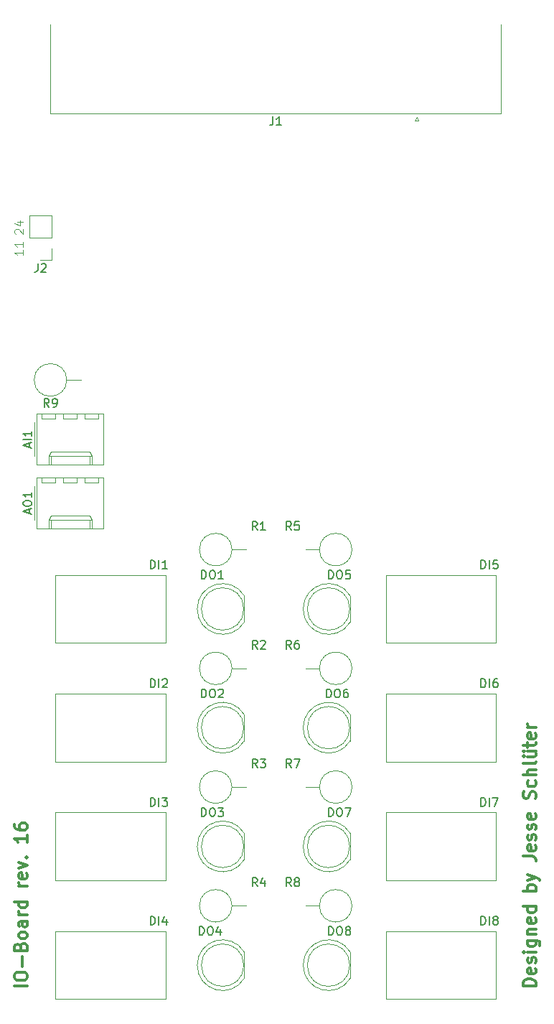
<source format=gto>
G04 #@! TF.GenerationSoftware,KiCad,Pcbnew,5.1.5*
G04 #@! TF.CreationDate,2020-04-05T13:53:30+02:00*
G04 #@! TF.ProjectId,s7-ioboard,73372d69-6f62-46f6-9172-642e6b696361,16*
G04 #@! TF.SameCoordinates,Original*
G04 #@! TF.FileFunction,Legend,Top*
G04 #@! TF.FilePolarity,Positive*
%FSLAX46Y46*%
G04 Gerber Fmt 4.6, Leading zero omitted, Abs format (unit mm)*
G04 Created by KiCad (PCBNEW 5.1.5) date 2020-04-05 13:53:30*
%MOMM*%
%LPD*%
G04 APERTURE LIST*
%ADD10C,0.100000*%
%ADD11C,0.300000*%
%ADD12C,0.120000*%
%ADD13C,0.150000*%
G04 APERTURE END LIST*
D10*
X80202380Y-107690476D02*
X80202380Y-108261904D01*
X80202380Y-107976190D02*
X79202380Y-107976190D01*
X79345238Y-108071428D01*
X79440476Y-108166666D01*
X79488095Y-108261904D01*
X80202380Y-106738095D02*
X80202380Y-107309523D01*
X80202380Y-107023809D02*
X79202380Y-107023809D01*
X79345238Y-107119047D01*
X79440476Y-107214285D01*
X79488095Y-107309523D01*
X79297619Y-105761904D02*
X79250000Y-105714285D01*
X79202380Y-105619047D01*
X79202380Y-105380952D01*
X79250000Y-105285714D01*
X79297619Y-105238095D01*
X79392857Y-105190476D01*
X79488095Y-105190476D01*
X79630952Y-105238095D01*
X80202380Y-105809523D01*
X80202380Y-105190476D01*
X79535714Y-104333333D02*
X80202380Y-104333333D01*
X79154761Y-104571428D02*
X79869047Y-104809523D01*
X79869047Y-104190476D01*
D11*
X140678571Y-194447857D02*
X139178571Y-194447857D01*
X139178571Y-194090714D01*
X139250000Y-193876428D01*
X139392857Y-193733571D01*
X139535714Y-193662142D01*
X139821428Y-193590714D01*
X140035714Y-193590714D01*
X140321428Y-193662142D01*
X140464285Y-193733571D01*
X140607142Y-193876428D01*
X140678571Y-194090714D01*
X140678571Y-194447857D01*
X140607142Y-192376428D02*
X140678571Y-192519285D01*
X140678571Y-192805000D01*
X140607142Y-192947857D01*
X140464285Y-193019285D01*
X139892857Y-193019285D01*
X139750000Y-192947857D01*
X139678571Y-192805000D01*
X139678571Y-192519285D01*
X139750000Y-192376428D01*
X139892857Y-192305000D01*
X140035714Y-192305000D01*
X140178571Y-193019285D01*
X140607142Y-191733571D02*
X140678571Y-191590714D01*
X140678571Y-191305000D01*
X140607142Y-191162142D01*
X140464285Y-191090714D01*
X140392857Y-191090714D01*
X140250000Y-191162142D01*
X140178571Y-191305000D01*
X140178571Y-191519285D01*
X140107142Y-191662142D01*
X139964285Y-191733571D01*
X139892857Y-191733571D01*
X139750000Y-191662142D01*
X139678571Y-191519285D01*
X139678571Y-191305000D01*
X139750000Y-191162142D01*
X140678571Y-190447857D02*
X139678571Y-190447857D01*
X139178571Y-190447857D02*
X139250000Y-190519285D01*
X139321428Y-190447857D01*
X139250000Y-190376428D01*
X139178571Y-190447857D01*
X139321428Y-190447857D01*
X139678571Y-189090714D02*
X140892857Y-189090714D01*
X141035714Y-189162142D01*
X141107142Y-189233571D01*
X141178571Y-189376428D01*
X141178571Y-189590714D01*
X141107142Y-189733571D01*
X140607142Y-189090714D02*
X140678571Y-189233571D01*
X140678571Y-189519285D01*
X140607142Y-189662142D01*
X140535714Y-189733571D01*
X140392857Y-189805000D01*
X139964285Y-189805000D01*
X139821428Y-189733571D01*
X139750000Y-189662142D01*
X139678571Y-189519285D01*
X139678571Y-189233571D01*
X139750000Y-189090714D01*
X139678571Y-188376428D02*
X140678571Y-188376428D01*
X139821428Y-188376428D02*
X139750000Y-188305000D01*
X139678571Y-188162142D01*
X139678571Y-187947857D01*
X139750000Y-187805000D01*
X139892857Y-187733571D01*
X140678571Y-187733571D01*
X140607142Y-186447857D02*
X140678571Y-186590714D01*
X140678571Y-186876428D01*
X140607142Y-187019285D01*
X140464285Y-187090714D01*
X139892857Y-187090714D01*
X139750000Y-187019285D01*
X139678571Y-186876428D01*
X139678571Y-186590714D01*
X139750000Y-186447857D01*
X139892857Y-186376428D01*
X140035714Y-186376428D01*
X140178571Y-187090714D01*
X140678571Y-185090714D02*
X139178571Y-185090714D01*
X140607142Y-185090714D02*
X140678571Y-185233571D01*
X140678571Y-185519285D01*
X140607142Y-185662142D01*
X140535714Y-185733571D01*
X140392857Y-185805000D01*
X139964285Y-185805000D01*
X139821428Y-185733571D01*
X139750000Y-185662142D01*
X139678571Y-185519285D01*
X139678571Y-185233571D01*
X139750000Y-185090714D01*
X140678571Y-183233571D02*
X139178571Y-183233571D01*
X139750000Y-183233571D02*
X139678571Y-183090714D01*
X139678571Y-182805000D01*
X139750000Y-182662142D01*
X139821428Y-182590714D01*
X139964285Y-182519285D01*
X140392857Y-182519285D01*
X140535714Y-182590714D01*
X140607142Y-182662142D01*
X140678571Y-182805000D01*
X140678571Y-183090714D01*
X140607142Y-183233571D01*
X139678571Y-182019285D02*
X140678571Y-181662142D01*
X139678571Y-181305000D02*
X140678571Y-181662142D01*
X141035714Y-181805000D01*
X141107142Y-181876428D01*
X141178571Y-182019285D01*
X139178571Y-179162142D02*
X140250000Y-179162142D01*
X140464285Y-179233571D01*
X140607142Y-179376428D01*
X140678571Y-179590714D01*
X140678571Y-179733571D01*
X140607142Y-177876428D02*
X140678571Y-178019285D01*
X140678571Y-178305000D01*
X140607142Y-178447857D01*
X140464285Y-178519285D01*
X139892857Y-178519285D01*
X139750000Y-178447857D01*
X139678571Y-178305000D01*
X139678571Y-178019285D01*
X139750000Y-177876428D01*
X139892857Y-177805000D01*
X140035714Y-177805000D01*
X140178571Y-178519285D01*
X140607142Y-177233571D02*
X140678571Y-177090714D01*
X140678571Y-176805000D01*
X140607142Y-176662142D01*
X140464285Y-176590714D01*
X140392857Y-176590714D01*
X140250000Y-176662142D01*
X140178571Y-176805000D01*
X140178571Y-177019285D01*
X140107142Y-177162142D01*
X139964285Y-177233571D01*
X139892857Y-177233571D01*
X139750000Y-177162142D01*
X139678571Y-177019285D01*
X139678571Y-176805000D01*
X139750000Y-176662142D01*
X140607142Y-176019285D02*
X140678571Y-175876428D01*
X140678571Y-175590714D01*
X140607142Y-175447857D01*
X140464285Y-175376428D01*
X140392857Y-175376428D01*
X140250000Y-175447857D01*
X140178571Y-175590714D01*
X140178571Y-175805000D01*
X140107142Y-175947857D01*
X139964285Y-176019285D01*
X139892857Y-176019285D01*
X139750000Y-175947857D01*
X139678571Y-175805000D01*
X139678571Y-175590714D01*
X139750000Y-175447857D01*
X140607142Y-174162142D02*
X140678571Y-174305000D01*
X140678571Y-174590714D01*
X140607142Y-174733571D01*
X140464285Y-174805000D01*
X139892857Y-174805000D01*
X139750000Y-174733571D01*
X139678571Y-174590714D01*
X139678571Y-174305000D01*
X139750000Y-174162142D01*
X139892857Y-174090714D01*
X140035714Y-174090714D01*
X140178571Y-174805000D01*
X140607142Y-172376428D02*
X140678571Y-172162142D01*
X140678571Y-171805000D01*
X140607142Y-171662142D01*
X140535714Y-171590714D01*
X140392857Y-171519285D01*
X140250000Y-171519285D01*
X140107142Y-171590714D01*
X140035714Y-171662142D01*
X139964285Y-171805000D01*
X139892857Y-172090714D01*
X139821428Y-172233571D01*
X139750000Y-172305000D01*
X139607142Y-172376428D01*
X139464285Y-172376428D01*
X139321428Y-172305000D01*
X139250000Y-172233571D01*
X139178571Y-172090714D01*
X139178571Y-171733571D01*
X139250000Y-171519285D01*
X140607142Y-170233571D02*
X140678571Y-170376428D01*
X140678571Y-170662142D01*
X140607142Y-170805000D01*
X140535714Y-170876428D01*
X140392857Y-170947857D01*
X139964285Y-170947857D01*
X139821428Y-170876428D01*
X139750000Y-170805000D01*
X139678571Y-170662142D01*
X139678571Y-170376428D01*
X139750000Y-170233571D01*
X140678571Y-169590714D02*
X139178571Y-169590714D01*
X140678571Y-168947857D02*
X139892857Y-168947857D01*
X139750000Y-169019285D01*
X139678571Y-169162142D01*
X139678571Y-169376428D01*
X139750000Y-169519285D01*
X139821428Y-169590714D01*
X140678571Y-168019285D02*
X140607142Y-168162142D01*
X140464285Y-168233571D01*
X139178571Y-168233571D01*
X139678571Y-166805000D02*
X140678571Y-166805000D01*
X139678571Y-167447857D02*
X140464285Y-167447857D01*
X140607142Y-167376428D01*
X140678571Y-167233571D01*
X140678571Y-167019285D01*
X140607142Y-166876428D01*
X140535714Y-166805000D01*
X139178571Y-167376428D02*
X139250000Y-167305000D01*
X139321428Y-167376428D01*
X139250000Y-167447857D01*
X139178571Y-167376428D01*
X139321428Y-167376428D01*
X139178571Y-166805000D02*
X139250000Y-166733571D01*
X139321428Y-166805000D01*
X139250000Y-166876428D01*
X139178571Y-166805000D01*
X139321428Y-166805000D01*
X139678571Y-166305000D02*
X139678571Y-165733571D01*
X139178571Y-166090714D02*
X140464285Y-166090714D01*
X140607142Y-166019285D01*
X140678571Y-165876428D01*
X140678571Y-165733571D01*
X140607142Y-164662142D02*
X140678571Y-164805000D01*
X140678571Y-165090714D01*
X140607142Y-165233571D01*
X140464285Y-165305000D01*
X139892857Y-165305000D01*
X139750000Y-165233571D01*
X139678571Y-165090714D01*
X139678571Y-164805000D01*
X139750000Y-164662142D01*
X139892857Y-164590714D01*
X140035714Y-164590714D01*
X140178571Y-165305000D01*
X140678571Y-163947857D02*
X139678571Y-163947857D01*
X139964285Y-163947857D02*
X139821428Y-163876428D01*
X139750000Y-163805000D01*
X139678571Y-163662142D01*
X139678571Y-163519285D01*
X80678571Y-194447857D02*
X79178571Y-194447857D01*
X79178571Y-193447857D02*
X79178571Y-193162142D01*
X79250000Y-193019285D01*
X79392857Y-192876428D01*
X79678571Y-192805000D01*
X80178571Y-192805000D01*
X80464285Y-192876428D01*
X80607142Y-193019285D01*
X80678571Y-193162142D01*
X80678571Y-193447857D01*
X80607142Y-193590714D01*
X80464285Y-193733571D01*
X80178571Y-193805000D01*
X79678571Y-193805000D01*
X79392857Y-193733571D01*
X79250000Y-193590714D01*
X79178571Y-193447857D01*
X80107142Y-192162142D02*
X80107142Y-191019285D01*
X79892857Y-189805000D02*
X79964285Y-189590714D01*
X80035714Y-189519285D01*
X80178571Y-189447857D01*
X80392857Y-189447857D01*
X80535714Y-189519285D01*
X80607142Y-189590714D01*
X80678571Y-189733571D01*
X80678571Y-190305000D01*
X79178571Y-190305000D01*
X79178571Y-189805000D01*
X79250000Y-189662142D01*
X79321428Y-189590714D01*
X79464285Y-189519285D01*
X79607142Y-189519285D01*
X79750000Y-189590714D01*
X79821428Y-189662142D01*
X79892857Y-189805000D01*
X79892857Y-190305000D01*
X80678571Y-188590714D02*
X80607142Y-188733571D01*
X80535714Y-188805000D01*
X80392857Y-188876428D01*
X79964285Y-188876428D01*
X79821428Y-188805000D01*
X79750000Y-188733571D01*
X79678571Y-188590714D01*
X79678571Y-188376428D01*
X79750000Y-188233571D01*
X79821428Y-188162142D01*
X79964285Y-188090714D01*
X80392857Y-188090714D01*
X80535714Y-188162142D01*
X80607142Y-188233571D01*
X80678571Y-188376428D01*
X80678571Y-188590714D01*
X80678571Y-186805000D02*
X79892857Y-186805000D01*
X79750000Y-186876428D01*
X79678571Y-187019285D01*
X79678571Y-187305000D01*
X79750000Y-187447857D01*
X80607142Y-186805000D02*
X80678571Y-186947857D01*
X80678571Y-187305000D01*
X80607142Y-187447857D01*
X80464285Y-187519285D01*
X80321428Y-187519285D01*
X80178571Y-187447857D01*
X80107142Y-187305000D01*
X80107142Y-186947857D01*
X80035714Y-186805000D01*
X80678571Y-186090714D02*
X79678571Y-186090714D01*
X79964285Y-186090714D02*
X79821428Y-186019285D01*
X79750000Y-185947857D01*
X79678571Y-185805000D01*
X79678571Y-185662142D01*
X80678571Y-184519285D02*
X79178571Y-184519285D01*
X80607142Y-184519285D02*
X80678571Y-184662142D01*
X80678571Y-184947857D01*
X80607142Y-185090714D01*
X80535714Y-185162142D01*
X80392857Y-185233571D01*
X79964285Y-185233571D01*
X79821428Y-185162142D01*
X79750000Y-185090714D01*
X79678571Y-184947857D01*
X79678571Y-184662142D01*
X79750000Y-184519285D01*
X80678571Y-182662142D02*
X79678571Y-182662142D01*
X79964285Y-182662142D02*
X79821428Y-182590714D01*
X79750000Y-182519285D01*
X79678571Y-182376428D01*
X79678571Y-182233571D01*
X80607142Y-181162142D02*
X80678571Y-181305000D01*
X80678571Y-181590714D01*
X80607142Y-181733571D01*
X80464285Y-181805000D01*
X79892857Y-181805000D01*
X79750000Y-181733571D01*
X79678571Y-181590714D01*
X79678571Y-181305000D01*
X79750000Y-181162142D01*
X79892857Y-181090714D01*
X80035714Y-181090714D01*
X80178571Y-181805000D01*
X79678571Y-180590714D02*
X80678571Y-180233571D01*
X79678571Y-179876428D01*
X80535714Y-179305000D02*
X80607142Y-179233571D01*
X80678571Y-179305000D01*
X80607142Y-179376428D01*
X80535714Y-179305000D01*
X80678571Y-179305000D01*
X80678571Y-176662142D02*
X80678571Y-177519285D01*
X80678571Y-177090714D02*
X79178571Y-177090714D01*
X79392857Y-177233571D01*
X79535714Y-177376428D01*
X79607142Y-177519285D01*
X79178571Y-175376428D02*
X79178571Y-175662142D01*
X79250000Y-175805000D01*
X79321428Y-175876428D01*
X79535714Y-176019285D01*
X79821428Y-176090714D01*
X80392857Y-176090714D01*
X80535714Y-176019285D01*
X80607142Y-175947857D01*
X80678571Y-175805000D01*
X80678571Y-175519285D01*
X80607142Y-175376428D01*
X80535714Y-175305000D01*
X80392857Y-175233571D01*
X80035714Y-175233571D01*
X79892857Y-175305000D01*
X79821428Y-175376428D01*
X79750000Y-175519285D01*
X79750000Y-175805000D01*
X79821428Y-175947857D01*
X79892857Y-176019285D01*
X80035714Y-176090714D01*
D12*
X89090000Y-127570000D02*
X89090000Y-126970000D01*
X87490000Y-127570000D02*
X89090000Y-127570000D01*
X87490000Y-126970000D02*
X87490000Y-127570000D01*
X86550000Y-127570000D02*
X86550000Y-126970000D01*
X84950000Y-127570000D02*
X86550000Y-127570000D01*
X84950000Y-126970000D02*
X84950000Y-127570000D01*
X84010000Y-127570000D02*
X84010000Y-126970000D01*
X82410000Y-127570000D02*
X84010000Y-127570000D01*
X82410000Y-126970000D02*
X82410000Y-127570000D01*
X88040000Y-132990000D02*
X88040000Y-131990000D01*
X83460000Y-132990000D02*
X83460000Y-131990000D01*
X88040000Y-131460000D02*
X88290000Y-131990000D01*
X83460000Y-131460000D02*
X88040000Y-131460000D01*
X83210000Y-131990000D02*
X83460000Y-131460000D01*
X88290000Y-131990000D02*
X88290000Y-132990000D01*
X83210000Y-131990000D02*
X88290000Y-131990000D01*
X83210000Y-132990000D02*
X83210000Y-131990000D01*
X81540000Y-128000000D02*
X81540000Y-132000000D01*
X89670000Y-126970000D02*
X81830000Y-126970000D01*
X89670000Y-132990000D02*
X89670000Y-126970000D01*
X81830000Y-132990000D02*
X89670000Y-132990000D01*
X81830000Y-126970000D02*
X81830000Y-132990000D01*
X89090000Y-135070000D02*
X89090000Y-134470000D01*
X87490000Y-135070000D02*
X89090000Y-135070000D01*
X87490000Y-134470000D02*
X87490000Y-135070000D01*
X86550000Y-135070000D02*
X86550000Y-134470000D01*
X84950000Y-135070000D02*
X86550000Y-135070000D01*
X84950000Y-134470000D02*
X84950000Y-135070000D01*
X84010000Y-135070000D02*
X84010000Y-134470000D01*
X82410000Y-135070000D02*
X84010000Y-135070000D01*
X82410000Y-134470000D02*
X82410000Y-135070000D01*
X88040000Y-140490000D02*
X88040000Y-139490000D01*
X83460000Y-140490000D02*
X83460000Y-139490000D01*
X88040000Y-138960000D02*
X88290000Y-139490000D01*
X83460000Y-138960000D02*
X88040000Y-138960000D01*
X83210000Y-139490000D02*
X83460000Y-138960000D01*
X88290000Y-139490000D02*
X88290000Y-140490000D01*
X83210000Y-139490000D02*
X88290000Y-139490000D01*
X83210000Y-140490000D02*
X83210000Y-139490000D01*
X81540000Y-135500000D02*
X81540000Y-139500000D01*
X89670000Y-134470000D02*
X81830000Y-134470000D01*
X89670000Y-140490000D02*
X89670000Y-134470000D01*
X81830000Y-140490000D02*
X89670000Y-140490000D01*
X81830000Y-134470000D02*
X81830000Y-140490000D01*
X123000000Y-188000000D02*
X136000000Y-188000000D01*
X136000000Y-188000000D02*
X136000000Y-196000000D01*
X136000000Y-196000000D02*
X123000000Y-196000000D01*
X123000000Y-196000000D02*
X123000000Y-188000000D01*
X123000000Y-174000000D02*
X136000000Y-174000000D01*
X136000000Y-174000000D02*
X136000000Y-182000000D01*
X136000000Y-182000000D02*
X123000000Y-182000000D01*
X123000000Y-182000000D02*
X123000000Y-174000000D01*
X123000000Y-160000000D02*
X136000000Y-160000000D01*
X136000000Y-160000000D02*
X136000000Y-168000000D01*
X136000000Y-168000000D02*
X123000000Y-168000000D01*
X123000000Y-168000000D02*
X123000000Y-160000000D01*
X123000000Y-146000000D02*
X136000000Y-146000000D01*
X136000000Y-146000000D02*
X136000000Y-154000000D01*
X136000000Y-154000000D02*
X123000000Y-154000000D01*
X123000000Y-154000000D02*
X123000000Y-146000000D01*
X84000000Y-188000000D02*
X97000000Y-188000000D01*
X97000000Y-188000000D02*
X97000000Y-196000000D01*
X97000000Y-196000000D02*
X84000000Y-196000000D01*
X84000000Y-196000000D02*
X84000000Y-188000000D01*
X84000000Y-174000000D02*
X97000000Y-174000000D01*
X97000000Y-174000000D02*
X97000000Y-182000000D01*
X97000000Y-182000000D02*
X84000000Y-182000000D01*
X84000000Y-182000000D02*
X84000000Y-174000000D01*
X84000000Y-160000000D02*
X97000000Y-160000000D01*
X97000000Y-160000000D02*
X97000000Y-168000000D01*
X97000000Y-168000000D02*
X84000000Y-168000000D01*
X84000000Y-168000000D02*
X84000000Y-160000000D01*
X84000000Y-146000000D02*
X97000000Y-146000000D01*
X97000000Y-146000000D02*
X97000000Y-154000000D01*
X97000000Y-154000000D02*
X84000000Y-154000000D01*
X84000000Y-154000000D02*
X84000000Y-146000000D01*
X126620000Y-92021325D02*
X126870000Y-92454338D01*
X126370000Y-92454338D02*
X126620000Y-92021325D01*
X126870000Y-92454338D02*
X126370000Y-92454338D01*
X83390000Y-91560000D02*
X83390000Y-81080000D01*
X136610000Y-91560000D02*
X83390000Y-91560000D01*
X136610000Y-81080000D02*
X136610000Y-91560000D01*
X83580000Y-108830000D02*
X82250000Y-108830000D01*
X83580000Y-107500000D02*
X83580000Y-108830000D01*
X83580000Y-106230000D02*
X80920000Y-106230000D01*
X80920000Y-106230000D02*
X80920000Y-103630000D01*
X83580000Y-106230000D02*
X83580000Y-103630000D01*
X83580000Y-103630000D02*
X80920000Y-103630000D01*
X85340000Y-123000000D02*
X87000000Y-123000000D01*
X85340000Y-123000000D02*
G75*
G03X85340000Y-123000000I-1920000J0D01*
G01*
X104840000Y-143000000D02*
X106500000Y-143000000D01*
X104840000Y-143000000D02*
G75*
G03X104840000Y-143000000I-1920000J0D01*
G01*
X104840000Y-157000000D02*
X106500000Y-157000000D01*
X104840000Y-157000000D02*
G75*
G03X104840000Y-157000000I-1920000J0D01*
G01*
X104840000Y-171000000D02*
X106500000Y-171000000D01*
X104840000Y-171000000D02*
G75*
G03X104840000Y-171000000I-1920000J0D01*
G01*
X104840000Y-185000000D02*
X106500000Y-185000000D01*
X104840000Y-185000000D02*
G75*
G03X104840000Y-185000000I-1920000J0D01*
G01*
X115160000Y-143000000D02*
X113500000Y-143000000D01*
X119000000Y-143000000D02*
G75*
G03X119000000Y-143000000I-1920000J0D01*
G01*
X115160000Y-157000000D02*
X113500000Y-157000000D01*
X119000000Y-157000000D02*
G75*
G03X119000000Y-157000000I-1920000J0D01*
G01*
X115160000Y-171000000D02*
X113500000Y-171000000D01*
X119000000Y-171000000D02*
G75*
G03X119000000Y-171000000I-1920000J0D01*
G01*
X115160000Y-185000000D02*
X113500000Y-185000000D01*
X119000000Y-185000000D02*
G75*
G03X119000000Y-185000000I-1920000J0D01*
G01*
X106290000Y-151545000D02*
X106290000Y-148455000D01*
X106230000Y-150000000D02*
G75*
G03X106230000Y-150000000I-2500000J0D01*
G01*
X100740000Y-150000462D02*
G75*
G02X106290000Y-148455170I2990000J462D01*
G01*
X100740000Y-149999538D02*
G75*
G03X106290000Y-151544830I2990000J-462D01*
G01*
X106290000Y-165545000D02*
X106290000Y-162455000D01*
X106230000Y-164000000D02*
G75*
G03X106230000Y-164000000I-2500000J0D01*
G01*
X100740000Y-164000462D02*
G75*
G02X106290000Y-162455170I2990000J462D01*
G01*
X100740000Y-163999538D02*
G75*
G03X106290000Y-165544830I2990000J-462D01*
G01*
X106290000Y-179545000D02*
X106290000Y-176455000D01*
X106230000Y-178000000D02*
G75*
G03X106230000Y-178000000I-2500000J0D01*
G01*
X100740000Y-178000462D02*
G75*
G02X106290000Y-176455170I2990000J462D01*
G01*
X100740000Y-177999538D02*
G75*
G03X106290000Y-179544830I2990000J-462D01*
G01*
X106290000Y-193545000D02*
X106290000Y-190455000D01*
X106230000Y-192000000D02*
G75*
G03X106230000Y-192000000I-2500000J0D01*
G01*
X100740000Y-192000462D02*
G75*
G02X106290000Y-190455170I2990000J462D01*
G01*
X100740000Y-191999538D02*
G75*
G03X106290000Y-193544830I2990000J-462D01*
G01*
X118790000Y-151545000D02*
X118790000Y-148455000D01*
X118730000Y-150000000D02*
G75*
G03X118730000Y-150000000I-2500000J0D01*
G01*
X113240000Y-150000462D02*
G75*
G02X118790000Y-148455170I2990000J462D01*
G01*
X113240000Y-149999538D02*
G75*
G03X118790000Y-151544830I2990000J-462D01*
G01*
X118790000Y-165545000D02*
X118790000Y-162455000D01*
X118730000Y-164000000D02*
G75*
G03X118730000Y-164000000I-2500000J0D01*
G01*
X113240000Y-164000462D02*
G75*
G02X118790000Y-162455170I2990000J462D01*
G01*
X113240000Y-163999538D02*
G75*
G03X118790000Y-165544830I2990000J-462D01*
G01*
X118790000Y-179545000D02*
X118790000Y-176455000D01*
X118730000Y-178000000D02*
G75*
G03X118730000Y-178000000I-2500000J0D01*
G01*
X113240000Y-178000462D02*
G75*
G02X118790000Y-176455170I2990000J462D01*
G01*
X113240000Y-177999538D02*
G75*
G03X118790000Y-179544830I2990000J-462D01*
G01*
X118790000Y-193545000D02*
X118790000Y-190455000D01*
X118730000Y-192000000D02*
G75*
G03X118730000Y-192000000I-2500000J0D01*
G01*
X113240000Y-192000462D02*
G75*
G02X118790000Y-190455170I2990000J462D01*
G01*
X113240000Y-191999538D02*
G75*
G03X118790000Y-193544830I2990000J-462D01*
G01*
D13*
X80916666Y-130952380D02*
X80916666Y-130476190D01*
X81202380Y-131047619D02*
X80202380Y-130714285D01*
X81202380Y-130380952D01*
X81202380Y-130047619D02*
X80202380Y-130047619D01*
X81202380Y-129047619D02*
X81202380Y-129619047D01*
X81202380Y-129333333D02*
X80202380Y-129333333D01*
X80345238Y-129428571D01*
X80440476Y-129523809D01*
X80488095Y-129619047D01*
X80916666Y-138738095D02*
X80916666Y-138261904D01*
X81202380Y-138833333D02*
X80202380Y-138500000D01*
X81202380Y-138166666D01*
X80202380Y-137642857D02*
X80202380Y-137452380D01*
X80250000Y-137357142D01*
X80345238Y-137261904D01*
X80535714Y-137214285D01*
X80869047Y-137214285D01*
X81059523Y-137261904D01*
X81154761Y-137357142D01*
X81202380Y-137452380D01*
X81202380Y-137642857D01*
X81154761Y-137738095D01*
X81059523Y-137833333D01*
X80869047Y-137880952D01*
X80535714Y-137880952D01*
X80345238Y-137833333D01*
X80250000Y-137738095D01*
X80202380Y-137642857D01*
X81202380Y-136261904D02*
X81202380Y-136833333D01*
X81202380Y-136547619D02*
X80202380Y-136547619D01*
X80345238Y-136642857D01*
X80440476Y-136738095D01*
X80488095Y-136833333D01*
X134212023Y-187252380D02*
X134212023Y-186252380D01*
X134450119Y-186252380D01*
X134592976Y-186300000D01*
X134688214Y-186395238D01*
X134735833Y-186490476D01*
X134783452Y-186680952D01*
X134783452Y-186823809D01*
X134735833Y-187014285D01*
X134688214Y-187109523D01*
X134592976Y-187204761D01*
X134450119Y-187252380D01*
X134212023Y-187252380D01*
X135212023Y-187252380D02*
X135212023Y-186252380D01*
X135831071Y-186680952D02*
X135735833Y-186633333D01*
X135688214Y-186585714D01*
X135640595Y-186490476D01*
X135640595Y-186442857D01*
X135688214Y-186347619D01*
X135735833Y-186300000D01*
X135831071Y-186252380D01*
X136021547Y-186252380D01*
X136116785Y-186300000D01*
X136164404Y-186347619D01*
X136212023Y-186442857D01*
X136212023Y-186490476D01*
X136164404Y-186585714D01*
X136116785Y-186633333D01*
X136021547Y-186680952D01*
X135831071Y-186680952D01*
X135735833Y-186728571D01*
X135688214Y-186776190D01*
X135640595Y-186871428D01*
X135640595Y-187061904D01*
X135688214Y-187157142D01*
X135735833Y-187204761D01*
X135831071Y-187252380D01*
X136021547Y-187252380D01*
X136116785Y-187204761D01*
X136164404Y-187157142D01*
X136212023Y-187061904D01*
X136212023Y-186871428D01*
X136164404Y-186776190D01*
X136116785Y-186728571D01*
X136021547Y-186680952D01*
X134212023Y-173252380D02*
X134212023Y-172252380D01*
X134450119Y-172252380D01*
X134592976Y-172300000D01*
X134688214Y-172395238D01*
X134735833Y-172490476D01*
X134783452Y-172680952D01*
X134783452Y-172823809D01*
X134735833Y-173014285D01*
X134688214Y-173109523D01*
X134592976Y-173204761D01*
X134450119Y-173252380D01*
X134212023Y-173252380D01*
X135212023Y-173252380D02*
X135212023Y-172252380D01*
X135592976Y-172252380D02*
X136259642Y-172252380D01*
X135831071Y-173252380D01*
X134212023Y-159252380D02*
X134212023Y-158252380D01*
X134450119Y-158252380D01*
X134592976Y-158300000D01*
X134688214Y-158395238D01*
X134735833Y-158490476D01*
X134783452Y-158680952D01*
X134783452Y-158823809D01*
X134735833Y-159014285D01*
X134688214Y-159109523D01*
X134592976Y-159204761D01*
X134450119Y-159252380D01*
X134212023Y-159252380D01*
X135212023Y-159252380D02*
X135212023Y-158252380D01*
X136116785Y-158252380D02*
X135926309Y-158252380D01*
X135831071Y-158300000D01*
X135783452Y-158347619D01*
X135688214Y-158490476D01*
X135640595Y-158680952D01*
X135640595Y-159061904D01*
X135688214Y-159157142D01*
X135735833Y-159204761D01*
X135831071Y-159252380D01*
X136021547Y-159252380D01*
X136116785Y-159204761D01*
X136164404Y-159157142D01*
X136212023Y-159061904D01*
X136212023Y-158823809D01*
X136164404Y-158728571D01*
X136116785Y-158680952D01*
X136021547Y-158633333D01*
X135831071Y-158633333D01*
X135735833Y-158680952D01*
X135688214Y-158728571D01*
X135640595Y-158823809D01*
X134212023Y-145252380D02*
X134212023Y-144252380D01*
X134450119Y-144252380D01*
X134592976Y-144300000D01*
X134688214Y-144395238D01*
X134735833Y-144490476D01*
X134783452Y-144680952D01*
X134783452Y-144823809D01*
X134735833Y-145014285D01*
X134688214Y-145109523D01*
X134592976Y-145204761D01*
X134450119Y-145252380D01*
X134212023Y-145252380D01*
X135212023Y-145252380D02*
X135212023Y-144252380D01*
X136164404Y-144252380D02*
X135688214Y-144252380D01*
X135640595Y-144728571D01*
X135688214Y-144680952D01*
X135783452Y-144633333D01*
X136021547Y-144633333D01*
X136116785Y-144680952D01*
X136164404Y-144728571D01*
X136212023Y-144823809D01*
X136212023Y-145061904D01*
X136164404Y-145157142D01*
X136116785Y-145204761D01*
X136021547Y-145252380D01*
X135783452Y-145252380D01*
X135688214Y-145204761D01*
X135640595Y-145157142D01*
X95212023Y-187252380D02*
X95212023Y-186252380D01*
X95450119Y-186252380D01*
X95592976Y-186300000D01*
X95688214Y-186395238D01*
X95735833Y-186490476D01*
X95783452Y-186680952D01*
X95783452Y-186823809D01*
X95735833Y-187014285D01*
X95688214Y-187109523D01*
X95592976Y-187204761D01*
X95450119Y-187252380D01*
X95212023Y-187252380D01*
X96212023Y-187252380D02*
X96212023Y-186252380D01*
X97116785Y-186585714D02*
X97116785Y-187252380D01*
X96878690Y-186204761D02*
X96640595Y-186919047D01*
X97259642Y-186919047D01*
X95212023Y-173252380D02*
X95212023Y-172252380D01*
X95450119Y-172252380D01*
X95592976Y-172300000D01*
X95688214Y-172395238D01*
X95735833Y-172490476D01*
X95783452Y-172680952D01*
X95783452Y-172823809D01*
X95735833Y-173014285D01*
X95688214Y-173109523D01*
X95592976Y-173204761D01*
X95450119Y-173252380D01*
X95212023Y-173252380D01*
X96212023Y-173252380D02*
X96212023Y-172252380D01*
X96592976Y-172252380D02*
X97212023Y-172252380D01*
X96878690Y-172633333D01*
X97021547Y-172633333D01*
X97116785Y-172680952D01*
X97164404Y-172728571D01*
X97212023Y-172823809D01*
X97212023Y-173061904D01*
X97164404Y-173157142D01*
X97116785Y-173204761D01*
X97021547Y-173252380D01*
X96735833Y-173252380D01*
X96640595Y-173204761D01*
X96592976Y-173157142D01*
X95212023Y-159252380D02*
X95212023Y-158252380D01*
X95450119Y-158252380D01*
X95592976Y-158300000D01*
X95688214Y-158395238D01*
X95735833Y-158490476D01*
X95783452Y-158680952D01*
X95783452Y-158823809D01*
X95735833Y-159014285D01*
X95688214Y-159109523D01*
X95592976Y-159204761D01*
X95450119Y-159252380D01*
X95212023Y-159252380D01*
X96212023Y-159252380D02*
X96212023Y-158252380D01*
X96640595Y-158347619D02*
X96688214Y-158300000D01*
X96783452Y-158252380D01*
X97021547Y-158252380D01*
X97116785Y-158300000D01*
X97164404Y-158347619D01*
X97212023Y-158442857D01*
X97212023Y-158538095D01*
X97164404Y-158680952D01*
X96592976Y-159252380D01*
X97212023Y-159252380D01*
X95212023Y-145252380D02*
X95212023Y-144252380D01*
X95450119Y-144252380D01*
X95592976Y-144300000D01*
X95688214Y-144395238D01*
X95735833Y-144490476D01*
X95783452Y-144680952D01*
X95783452Y-144823809D01*
X95735833Y-145014285D01*
X95688214Y-145109523D01*
X95592976Y-145204761D01*
X95450119Y-145252380D01*
X95212023Y-145252380D01*
X96212023Y-145252380D02*
X96212023Y-144252380D01*
X97212023Y-145252380D02*
X96640595Y-145252380D01*
X96926309Y-145252380D02*
X96926309Y-144252380D01*
X96831071Y-144395238D01*
X96735833Y-144490476D01*
X96640595Y-144538095D01*
X109666666Y-91952380D02*
X109666666Y-92666666D01*
X109619047Y-92809523D01*
X109523809Y-92904761D01*
X109380952Y-92952380D01*
X109285714Y-92952380D01*
X110666666Y-92952380D02*
X110095238Y-92952380D01*
X110380952Y-92952380D02*
X110380952Y-91952380D01*
X110285714Y-92095238D01*
X110190476Y-92190476D01*
X110095238Y-92238095D01*
X81916666Y-109282380D02*
X81916666Y-109996666D01*
X81869047Y-110139523D01*
X81773809Y-110234761D01*
X81630952Y-110282380D01*
X81535714Y-110282380D01*
X82345238Y-109377619D02*
X82392857Y-109330000D01*
X82488095Y-109282380D01*
X82726190Y-109282380D01*
X82821428Y-109330000D01*
X82869047Y-109377619D01*
X82916666Y-109472857D01*
X82916666Y-109568095D01*
X82869047Y-109710952D01*
X82297619Y-110282380D01*
X82916666Y-110282380D01*
X83253333Y-126202380D02*
X82920000Y-125726190D01*
X82681904Y-126202380D02*
X82681904Y-125202380D01*
X83062857Y-125202380D01*
X83158095Y-125250000D01*
X83205714Y-125297619D01*
X83253333Y-125392857D01*
X83253333Y-125535714D01*
X83205714Y-125630952D01*
X83158095Y-125678571D01*
X83062857Y-125726190D01*
X82681904Y-125726190D01*
X83729523Y-126202380D02*
X83920000Y-126202380D01*
X84015238Y-126154761D01*
X84062857Y-126107142D01*
X84158095Y-125964285D01*
X84205714Y-125773809D01*
X84205714Y-125392857D01*
X84158095Y-125297619D01*
X84110476Y-125250000D01*
X84015238Y-125202380D01*
X83824761Y-125202380D01*
X83729523Y-125250000D01*
X83681904Y-125297619D01*
X83634285Y-125392857D01*
X83634285Y-125630952D01*
X83681904Y-125726190D01*
X83729523Y-125773809D01*
X83824761Y-125821428D01*
X84015238Y-125821428D01*
X84110476Y-125773809D01*
X84158095Y-125726190D01*
X84205714Y-125630952D01*
X107833333Y-140702380D02*
X107500000Y-140226190D01*
X107261904Y-140702380D02*
X107261904Y-139702380D01*
X107642857Y-139702380D01*
X107738095Y-139750000D01*
X107785714Y-139797619D01*
X107833333Y-139892857D01*
X107833333Y-140035714D01*
X107785714Y-140130952D01*
X107738095Y-140178571D01*
X107642857Y-140226190D01*
X107261904Y-140226190D01*
X108785714Y-140702380D02*
X108214285Y-140702380D01*
X108500000Y-140702380D02*
X108500000Y-139702380D01*
X108404761Y-139845238D01*
X108309523Y-139940476D01*
X108214285Y-139988095D01*
X107833333Y-154702380D02*
X107500000Y-154226190D01*
X107261904Y-154702380D02*
X107261904Y-153702380D01*
X107642857Y-153702380D01*
X107738095Y-153750000D01*
X107785714Y-153797619D01*
X107833333Y-153892857D01*
X107833333Y-154035714D01*
X107785714Y-154130952D01*
X107738095Y-154178571D01*
X107642857Y-154226190D01*
X107261904Y-154226190D01*
X108214285Y-153797619D02*
X108261904Y-153750000D01*
X108357142Y-153702380D01*
X108595238Y-153702380D01*
X108690476Y-153750000D01*
X108738095Y-153797619D01*
X108785714Y-153892857D01*
X108785714Y-153988095D01*
X108738095Y-154130952D01*
X108166666Y-154702380D01*
X108785714Y-154702380D01*
X107833333Y-168702380D02*
X107500000Y-168226190D01*
X107261904Y-168702380D02*
X107261904Y-167702380D01*
X107642857Y-167702380D01*
X107738095Y-167750000D01*
X107785714Y-167797619D01*
X107833333Y-167892857D01*
X107833333Y-168035714D01*
X107785714Y-168130952D01*
X107738095Y-168178571D01*
X107642857Y-168226190D01*
X107261904Y-168226190D01*
X108166666Y-167702380D02*
X108785714Y-167702380D01*
X108452380Y-168083333D01*
X108595238Y-168083333D01*
X108690476Y-168130952D01*
X108738095Y-168178571D01*
X108785714Y-168273809D01*
X108785714Y-168511904D01*
X108738095Y-168607142D01*
X108690476Y-168654761D01*
X108595238Y-168702380D01*
X108309523Y-168702380D01*
X108214285Y-168654761D01*
X108166666Y-168607142D01*
X107833333Y-182702380D02*
X107500000Y-182226190D01*
X107261904Y-182702380D02*
X107261904Y-181702380D01*
X107642857Y-181702380D01*
X107738095Y-181750000D01*
X107785714Y-181797619D01*
X107833333Y-181892857D01*
X107833333Y-182035714D01*
X107785714Y-182130952D01*
X107738095Y-182178571D01*
X107642857Y-182226190D01*
X107261904Y-182226190D01*
X108690476Y-182035714D02*
X108690476Y-182702380D01*
X108452380Y-181654761D02*
X108214285Y-182369047D01*
X108833333Y-182369047D01*
X111833333Y-140702380D02*
X111500000Y-140226190D01*
X111261904Y-140702380D02*
X111261904Y-139702380D01*
X111642857Y-139702380D01*
X111738095Y-139750000D01*
X111785714Y-139797619D01*
X111833333Y-139892857D01*
X111833333Y-140035714D01*
X111785714Y-140130952D01*
X111738095Y-140178571D01*
X111642857Y-140226190D01*
X111261904Y-140226190D01*
X112738095Y-139702380D02*
X112261904Y-139702380D01*
X112214285Y-140178571D01*
X112261904Y-140130952D01*
X112357142Y-140083333D01*
X112595238Y-140083333D01*
X112690476Y-140130952D01*
X112738095Y-140178571D01*
X112785714Y-140273809D01*
X112785714Y-140511904D01*
X112738095Y-140607142D01*
X112690476Y-140654761D01*
X112595238Y-140702380D01*
X112357142Y-140702380D01*
X112261904Y-140654761D01*
X112214285Y-140607142D01*
X111833333Y-154702380D02*
X111500000Y-154226190D01*
X111261904Y-154702380D02*
X111261904Y-153702380D01*
X111642857Y-153702380D01*
X111738095Y-153750000D01*
X111785714Y-153797619D01*
X111833333Y-153892857D01*
X111833333Y-154035714D01*
X111785714Y-154130952D01*
X111738095Y-154178571D01*
X111642857Y-154226190D01*
X111261904Y-154226190D01*
X112690476Y-153702380D02*
X112500000Y-153702380D01*
X112404761Y-153750000D01*
X112357142Y-153797619D01*
X112261904Y-153940476D01*
X112214285Y-154130952D01*
X112214285Y-154511904D01*
X112261904Y-154607142D01*
X112309523Y-154654761D01*
X112404761Y-154702380D01*
X112595238Y-154702380D01*
X112690476Y-154654761D01*
X112738095Y-154607142D01*
X112785714Y-154511904D01*
X112785714Y-154273809D01*
X112738095Y-154178571D01*
X112690476Y-154130952D01*
X112595238Y-154083333D01*
X112404761Y-154083333D01*
X112309523Y-154130952D01*
X112261904Y-154178571D01*
X112214285Y-154273809D01*
X111833333Y-168702380D02*
X111500000Y-168226190D01*
X111261904Y-168702380D02*
X111261904Y-167702380D01*
X111642857Y-167702380D01*
X111738095Y-167750000D01*
X111785714Y-167797619D01*
X111833333Y-167892857D01*
X111833333Y-168035714D01*
X111785714Y-168130952D01*
X111738095Y-168178571D01*
X111642857Y-168226190D01*
X111261904Y-168226190D01*
X112166666Y-167702380D02*
X112833333Y-167702380D01*
X112404761Y-168702380D01*
X111833333Y-182702380D02*
X111500000Y-182226190D01*
X111261904Y-182702380D02*
X111261904Y-181702380D01*
X111642857Y-181702380D01*
X111738095Y-181750000D01*
X111785714Y-181797619D01*
X111833333Y-181892857D01*
X111833333Y-182035714D01*
X111785714Y-182130952D01*
X111738095Y-182178571D01*
X111642857Y-182226190D01*
X111261904Y-182226190D01*
X112404761Y-182130952D02*
X112309523Y-182083333D01*
X112261904Y-182035714D01*
X112214285Y-181940476D01*
X112214285Y-181892857D01*
X112261904Y-181797619D01*
X112309523Y-181750000D01*
X112404761Y-181702380D01*
X112595238Y-181702380D01*
X112690476Y-181750000D01*
X112738095Y-181797619D01*
X112785714Y-181892857D01*
X112785714Y-181940476D01*
X112738095Y-182035714D01*
X112690476Y-182083333D01*
X112595238Y-182130952D01*
X112404761Y-182130952D01*
X112309523Y-182178571D01*
X112261904Y-182226190D01*
X112214285Y-182321428D01*
X112214285Y-182511904D01*
X112261904Y-182607142D01*
X112309523Y-182654761D01*
X112404761Y-182702380D01*
X112595238Y-182702380D01*
X112690476Y-182654761D01*
X112738095Y-182607142D01*
X112785714Y-182511904D01*
X112785714Y-182321428D01*
X112738095Y-182226190D01*
X112690476Y-182178571D01*
X112595238Y-182130952D01*
X101238095Y-146452380D02*
X101238095Y-145452380D01*
X101476190Y-145452380D01*
X101619047Y-145500000D01*
X101714285Y-145595238D01*
X101761904Y-145690476D01*
X101809523Y-145880952D01*
X101809523Y-146023809D01*
X101761904Y-146214285D01*
X101714285Y-146309523D01*
X101619047Y-146404761D01*
X101476190Y-146452380D01*
X101238095Y-146452380D01*
X102428571Y-145452380D02*
X102619047Y-145452380D01*
X102714285Y-145500000D01*
X102809523Y-145595238D01*
X102857142Y-145785714D01*
X102857142Y-146119047D01*
X102809523Y-146309523D01*
X102714285Y-146404761D01*
X102619047Y-146452380D01*
X102428571Y-146452380D01*
X102333333Y-146404761D01*
X102238095Y-146309523D01*
X102190476Y-146119047D01*
X102190476Y-145785714D01*
X102238095Y-145595238D01*
X102333333Y-145500000D01*
X102428571Y-145452380D01*
X103809523Y-146452380D02*
X103238095Y-146452380D01*
X103523809Y-146452380D02*
X103523809Y-145452380D01*
X103428571Y-145595238D01*
X103333333Y-145690476D01*
X103238095Y-145738095D01*
X101238095Y-160452380D02*
X101238095Y-159452380D01*
X101476190Y-159452380D01*
X101619047Y-159500000D01*
X101714285Y-159595238D01*
X101761904Y-159690476D01*
X101809523Y-159880952D01*
X101809523Y-160023809D01*
X101761904Y-160214285D01*
X101714285Y-160309523D01*
X101619047Y-160404761D01*
X101476190Y-160452380D01*
X101238095Y-160452380D01*
X102428571Y-159452380D02*
X102619047Y-159452380D01*
X102714285Y-159500000D01*
X102809523Y-159595238D01*
X102857142Y-159785714D01*
X102857142Y-160119047D01*
X102809523Y-160309523D01*
X102714285Y-160404761D01*
X102619047Y-160452380D01*
X102428571Y-160452380D01*
X102333333Y-160404761D01*
X102238095Y-160309523D01*
X102190476Y-160119047D01*
X102190476Y-159785714D01*
X102238095Y-159595238D01*
X102333333Y-159500000D01*
X102428571Y-159452380D01*
X103238095Y-159547619D02*
X103285714Y-159500000D01*
X103380952Y-159452380D01*
X103619047Y-159452380D01*
X103714285Y-159500000D01*
X103761904Y-159547619D01*
X103809523Y-159642857D01*
X103809523Y-159738095D01*
X103761904Y-159880952D01*
X103190476Y-160452380D01*
X103809523Y-160452380D01*
X101238095Y-174452380D02*
X101238095Y-173452380D01*
X101476190Y-173452380D01*
X101619047Y-173500000D01*
X101714285Y-173595238D01*
X101761904Y-173690476D01*
X101809523Y-173880952D01*
X101809523Y-174023809D01*
X101761904Y-174214285D01*
X101714285Y-174309523D01*
X101619047Y-174404761D01*
X101476190Y-174452380D01*
X101238095Y-174452380D01*
X102428571Y-173452380D02*
X102619047Y-173452380D01*
X102714285Y-173500000D01*
X102809523Y-173595238D01*
X102857142Y-173785714D01*
X102857142Y-174119047D01*
X102809523Y-174309523D01*
X102714285Y-174404761D01*
X102619047Y-174452380D01*
X102428571Y-174452380D01*
X102333333Y-174404761D01*
X102238095Y-174309523D01*
X102190476Y-174119047D01*
X102190476Y-173785714D01*
X102238095Y-173595238D01*
X102333333Y-173500000D01*
X102428571Y-173452380D01*
X103190476Y-173452380D02*
X103809523Y-173452380D01*
X103476190Y-173833333D01*
X103619047Y-173833333D01*
X103714285Y-173880952D01*
X103761904Y-173928571D01*
X103809523Y-174023809D01*
X103809523Y-174261904D01*
X103761904Y-174357142D01*
X103714285Y-174404761D01*
X103619047Y-174452380D01*
X103333333Y-174452380D01*
X103238095Y-174404761D01*
X103190476Y-174357142D01*
X100988095Y-188452380D02*
X100988095Y-187452380D01*
X101226190Y-187452380D01*
X101369047Y-187500000D01*
X101464285Y-187595238D01*
X101511904Y-187690476D01*
X101559523Y-187880952D01*
X101559523Y-188023809D01*
X101511904Y-188214285D01*
X101464285Y-188309523D01*
X101369047Y-188404761D01*
X101226190Y-188452380D01*
X100988095Y-188452380D01*
X102178571Y-187452380D02*
X102369047Y-187452380D01*
X102464285Y-187500000D01*
X102559523Y-187595238D01*
X102607142Y-187785714D01*
X102607142Y-188119047D01*
X102559523Y-188309523D01*
X102464285Y-188404761D01*
X102369047Y-188452380D01*
X102178571Y-188452380D01*
X102083333Y-188404761D01*
X101988095Y-188309523D01*
X101940476Y-188119047D01*
X101940476Y-187785714D01*
X101988095Y-187595238D01*
X102083333Y-187500000D01*
X102178571Y-187452380D01*
X103464285Y-187785714D02*
X103464285Y-188452380D01*
X103226190Y-187404761D02*
X102988095Y-188119047D01*
X103607142Y-188119047D01*
X116238095Y-146452380D02*
X116238095Y-145452380D01*
X116476190Y-145452380D01*
X116619047Y-145500000D01*
X116714285Y-145595238D01*
X116761904Y-145690476D01*
X116809523Y-145880952D01*
X116809523Y-146023809D01*
X116761904Y-146214285D01*
X116714285Y-146309523D01*
X116619047Y-146404761D01*
X116476190Y-146452380D01*
X116238095Y-146452380D01*
X117428571Y-145452380D02*
X117619047Y-145452380D01*
X117714285Y-145500000D01*
X117809523Y-145595238D01*
X117857142Y-145785714D01*
X117857142Y-146119047D01*
X117809523Y-146309523D01*
X117714285Y-146404761D01*
X117619047Y-146452380D01*
X117428571Y-146452380D01*
X117333333Y-146404761D01*
X117238095Y-146309523D01*
X117190476Y-146119047D01*
X117190476Y-145785714D01*
X117238095Y-145595238D01*
X117333333Y-145500000D01*
X117428571Y-145452380D01*
X118761904Y-145452380D02*
X118285714Y-145452380D01*
X118238095Y-145928571D01*
X118285714Y-145880952D01*
X118380952Y-145833333D01*
X118619047Y-145833333D01*
X118714285Y-145880952D01*
X118761904Y-145928571D01*
X118809523Y-146023809D01*
X118809523Y-146261904D01*
X118761904Y-146357142D01*
X118714285Y-146404761D01*
X118619047Y-146452380D01*
X118380952Y-146452380D01*
X118285714Y-146404761D01*
X118238095Y-146357142D01*
X115988095Y-160452380D02*
X115988095Y-159452380D01*
X116226190Y-159452380D01*
X116369047Y-159500000D01*
X116464285Y-159595238D01*
X116511904Y-159690476D01*
X116559523Y-159880952D01*
X116559523Y-160023809D01*
X116511904Y-160214285D01*
X116464285Y-160309523D01*
X116369047Y-160404761D01*
X116226190Y-160452380D01*
X115988095Y-160452380D01*
X117178571Y-159452380D02*
X117369047Y-159452380D01*
X117464285Y-159500000D01*
X117559523Y-159595238D01*
X117607142Y-159785714D01*
X117607142Y-160119047D01*
X117559523Y-160309523D01*
X117464285Y-160404761D01*
X117369047Y-160452380D01*
X117178571Y-160452380D01*
X117083333Y-160404761D01*
X116988095Y-160309523D01*
X116940476Y-160119047D01*
X116940476Y-159785714D01*
X116988095Y-159595238D01*
X117083333Y-159500000D01*
X117178571Y-159452380D01*
X118464285Y-159452380D02*
X118273809Y-159452380D01*
X118178571Y-159500000D01*
X118130952Y-159547619D01*
X118035714Y-159690476D01*
X117988095Y-159880952D01*
X117988095Y-160261904D01*
X118035714Y-160357142D01*
X118083333Y-160404761D01*
X118178571Y-160452380D01*
X118369047Y-160452380D01*
X118464285Y-160404761D01*
X118511904Y-160357142D01*
X118559523Y-160261904D01*
X118559523Y-160023809D01*
X118511904Y-159928571D01*
X118464285Y-159880952D01*
X118369047Y-159833333D01*
X118178571Y-159833333D01*
X118083333Y-159880952D01*
X118035714Y-159928571D01*
X117988095Y-160023809D01*
X116238095Y-174452380D02*
X116238095Y-173452380D01*
X116476190Y-173452380D01*
X116619047Y-173500000D01*
X116714285Y-173595238D01*
X116761904Y-173690476D01*
X116809523Y-173880952D01*
X116809523Y-174023809D01*
X116761904Y-174214285D01*
X116714285Y-174309523D01*
X116619047Y-174404761D01*
X116476190Y-174452380D01*
X116238095Y-174452380D01*
X117428571Y-173452380D02*
X117619047Y-173452380D01*
X117714285Y-173500000D01*
X117809523Y-173595238D01*
X117857142Y-173785714D01*
X117857142Y-174119047D01*
X117809523Y-174309523D01*
X117714285Y-174404761D01*
X117619047Y-174452380D01*
X117428571Y-174452380D01*
X117333333Y-174404761D01*
X117238095Y-174309523D01*
X117190476Y-174119047D01*
X117190476Y-173785714D01*
X117238095Y-173595238D01*
X117333333Y-173500000D01*
X117428571Y-173452380D01*
X118190476Y-173452380D02*
X118857142Y-173452380D01*
X118428571Y-174452380D01*
X116238095Y-188452380D02*
X116238095Y-187452380D01*
X116476190Y-187452380D01*
X116619047Y-187500000D01*
X116714285Y-187595238D01*
X116761904Y-187690476D01*
X116809523Y-187880952D01*
X116809523Y-188023809D01*
X116761904Y-188214285D01*
X116714285Y-188309523D01*
X116619047Y-188404761D01*
X116476190Y-188452380D01*
X116238095Y-188452380D01*
X117428571Y-187452380D02*
X117619047Y-187452380D01*
X117714285Y-187500000D01*
X117809523Y-187595238D01*
X117857142Y-187785714D01*
X117857142Y-188119047D01*
X117809523Y-188309523D01*
X117714285Y-188404761D01*
X117619047Y-188452380D01*
X117428571Y-188452380D01*
X117333333Y-188404761D01*
X117238095Y-188309523D01*
X117190476Y-188119047D01*
X117190476Y-187785714D01*
X117238095Y-187595238D01*
X117333333Y-187500000D01*
X117428571Y-187452380D01*
X118428571Y-187880952D02*
X118333333Y-187833333D01*
X118285714Y-187785714D01*
X118238095Y-187690476D01*
X118238095Y-187642857D01*
X118285714Y-187547619D01*
X118333333Y-187500000D01*
X118428571Y-187452380D01*
X118619047Y-187452380D01*
X118714285Y-187500000D01*
X118761904Y-187547619D01*
X118809523Y-187642857D01*
X118809523Y-187690476D01*
X118761904Y-187785714D01*
X118714285Y-187833333D01*
X118619047Y-187880952D01*
X118428571Y-187880952D01*
X118333333Y-187928571D01*
X118285714Y-187976190D01*
X118238095Y-188071428D01*
X118238095Y-188261904D01*
X118285714Y-188357142D01*
X118333333Y-188404761D01*
X118428571Y-188452380D01*
X118619047Y-188452380D01*
X118714285Y-188404761D01*
X118761904Y-188357142D01*
X118809523Y-188261904D01*
X118809523Y-188071428D01*
X118761904Y-187976190D01*
X118714285Y-187928571D01*
X118619047Y-187880952D01*
M02*

</source>
